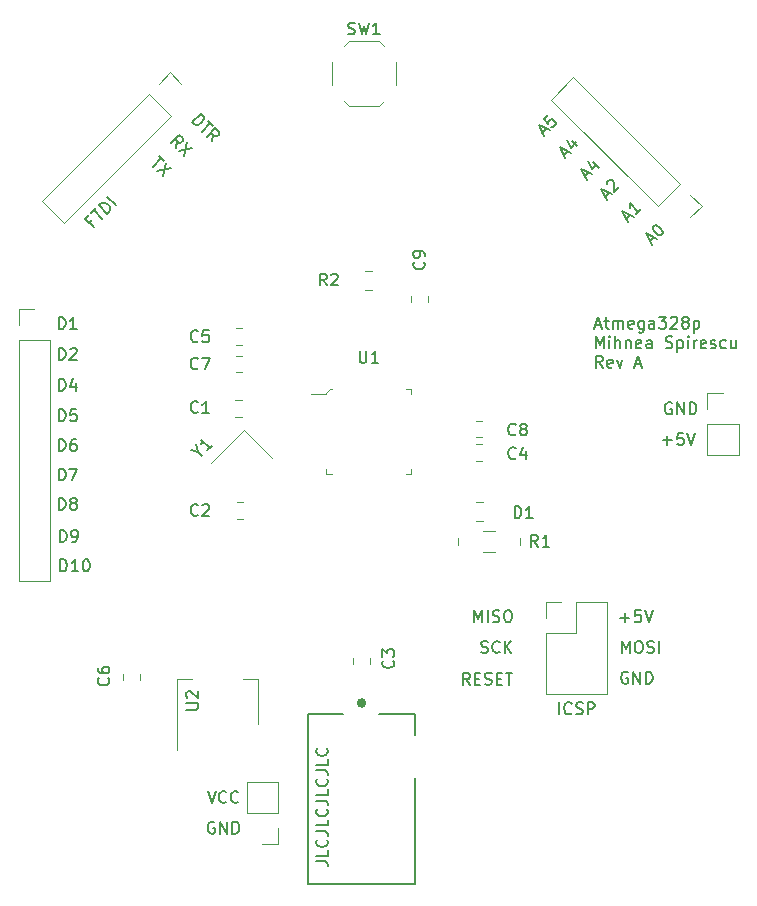
<source format=gbr>
%TF.GenerationSoftware,KiCad,Pcbnew,(5.1.6-0-10_14)*%
%TF.CreationDate,2020-08-15T13:55:16+01:00*%
%TF.ProjectId,arduino,61726475-696e-46f2-9e6b-696361645f70,rev?*%
%TF.SameCoordinates,Original*%
%TF.FileFunction,Legend,Top*%
%TF.FilePolarity,Positive*%
%FSLAX46Y46*%
G04 Gerber Fmt 4.6, Leading zero omitted, Abs format (unit mm)*
G04 Created by KiCad (PCBNEW (5.1.6-0-10_14)) date 2020-08-15 13:55:16*
%MOMM*%
%LPD*%
G01*
G04 APERTURE LIST*
%ADD10C,0.150000*%
%ADD11C,0.400000*%
%ADD12C,0.127000*%
%ADD13C,0.120000*%
%ADD14C,0.100000*%
G04 APERTURE END LIST*
D10*
X57152380Y-91119047D02*
X57866666Y-91119047D01*
X58009523Y-91166666D01*
X58104761Y-91261904D01*
X58152380Y-91404761D01*
X58152380Y-91500000D01*
X58152380Y-90166666D02*
X58152380Y-90642857D01*
X57152380Y-90642857D01*
X58057142Y-89261904D02*
X58104761Y-89309523D01*
X58152380Y-89452380D01*
X58152380Y-89547619D01*
X58104761Y-89690476D01*
X58009523Y-89785714D01*
X57914285Y-89833333D01*
X57723809Y-89880952D01*
X57580952Y-89880952D01*
X57390476Y-89833333D01*
X57295238Y-89785714D01*
X57200000Y-89690476D01*
X57152380Y-89547619D01*
X57152380Y-89452380D01*
X57200000Y-89309523D01*
X57247619Y-89261904D01*
X57152380Y-88547619D02*
X57866666Y-88547619D01*
X58009523Y-88595238D01*
X58104761Y-88690476D01*
X58152380Y-88833333D01*
X58152380Y-88928571D01*
X58152380Y-87595238D02*
X58152380Y-88071428D01*
X57152380Y-88071428D01*
X58057142Y-86690476D02*
X58104761Y-86738095D01*
X58152380Y-86880952D01*
X58152380Y-86976190D01*
X58104761Y-87119047D01*
X58009523Y-87214285D01*
X57914285Y-87261904D01*
X57723809Y-87309523D01*
X57580952Y-87309523D01*
X57390476Y-87261904D01*
X57295238Y-87214285D01*
X57200000Y-87119047D01*
X57152380Y-86976190D01*
X57152380Y-86880952D01*
X57200000Y-86738095D01*
X57247619Y-86690476D01*
X57152380Y-85976190D02*
X57866666Y-85976190D01*
X58009523Y-86023809D01*
X58104761Y-86119047D01*
X58152380Y-86261904D01*
X58152380Y-86357142D01*
X58152380Y-85023809D02*
X58152380Y-85500000D01*
X57152380Y-85500000D01*
X58057142Y-84119047D02*
X58104761Y-84166666D01*
X58152380Y-84309523D01*
X58152380Y-84404761D01*
X58104761Y-84547619D01*
X58009523Y-84642857D01*
X57914285Y-84690476D01*
X57723809Y-84738095D01*
X57580952Y-84738095D01*
X57390476Y-84690476D01*
X57295238Y-84642857D01*
X57200000Y-84547619D01*
X57152380Y-84404761D01*
X57152380Y-84309523D01*
X57200000Y-84166666D01*
X57247619Y-84119047D01*
X57152380Y-83404761D02*
X57866666Y-83404761D01*
X58009523Y-83452380D01*
X58104761Y-83547619D01*
X58152380Y-83690476D01*
X58152380Y-83785714D01*
X58152380Y-82452380D02*
X58152380Y-82928571D01*
X57152380Y-82928571D01*
X58057142Y-81547619D02*
X58104761Y-81595238D01*
X58152380Y-81738095D01*
X58152380Y-81833333D01*
X58104761Y-81976190D01*
X58009523Y-82071428D01*
X57914285Y-82119047D01*
X57723809Y-82166666D01*
X57580952Y-82166666D01*
X57390476Y-82119047D01*
X57295238Y-82071428D01*
X57200000Y-81976190D01*
X57152380Y-81833333D01*
X57152380Y-81738095D01*
X57200000Y-81595238D01*
X57247619Y-81547619D01*
X80787976Y-45716666D02*
X81264166Y-45716666D01*
X80692738Y-46002380D02*
X81026071Y-45002380D01*
X81359404Y-46002380D01*
X81549880Y-45335714D02*
X81930833Y-45335714D01*
X81692738Y-45002380D02*
X81692738Y-45859523D01*
X81740357Y-45954761D01*
X81835595Y-46002380D01*
X81930833Y-46002380D01*
X82264166Y-46002380D02*
X82264166Y-45335714D01*
X82264166Y-45430952D02*
X82311785Y-45383333D01*
X82407023Y-45335714D01*
X82549880Y-45335714D01*
X82645119Y-45383333D01*
X82692738Y-45478571D01*
X82692738Y-46002380D01*
X82692738Y-45478571D02*
X82740357Y-45383333D01*
X82835595Y-45335714D01*
X82978452Y-45335714D01*
X83073690Y-45383333D01*
X83121309Y-45478571D01*
X83121309Y-46002380D01*
X83978452Y-45954761D02*
X83883214Y-46002380D01*
X83692738Y-46002380D01*
X83597500Y-45954761D01*
X83549880Y-45859523D01*
X83549880Y-45478571D01*
X83597500Y-45383333D01*
X83692738Y-45335714D01*
X83883214Y-45335714D01*
X83978452Y-45383333D01*
X84026071Y-45478571D01*
X84026071Y-45573809D01*
X83549880Y-45669047D01*
X84883214Y-45335714D02*
X84883214Y-46145238D01*
X84835595Y-46240476D01*
X84787976Y-46288095D01*
X84692738Y-46335714D01*
X84549880Y-46335714D01*
X84454642Y-46288095D01*
X84883214Y-45954761D02*
X84787976Y-46002380D01*
X84597500Y-46002380D01*
X84502261Y-45954761D01*
X84454642Y-45907142D01*
X84407023Y-45811904D01*
X84407023Y-45526190D01*
X84454642Y-45430952D01*
X84502261Y-45383333D01*
X84597500Y-45335714D01*
X84787976Y-45335714D01*
X84883214Y-45383333D01*
X85787976Y-46002380D02*
X85787976Y-45478571D01*
X85740357Y-45383333D01*
X85645119Y-45335714D01*
X85454642Y-45335714D01*
X85359404Y-45383333D01*
X85787976Y-45954761D02*
X85692738Y-46002380D01*
X85454642Y-46002380D01*
X85359404Y-45954761D01*
X85311785Y-45859523D01*
X85311785Y-45764285D01*
X85359404Y-45669047D01*
X85454642Y-45621428D01*
X85692738Y-45621428D01*
X85787976Y-45573809D01*
X86168928Y-45002380D02*
X86787976Y-45002380D01*
X86454642Y-45383333D01*
X86597500Y-45383333D01*
X86692738Y-45430952D01*
X86740357Y-45478571D01*
X86787976Y-45573809D01*
X86787976Y-45811904D01*
X86740357Y-45907142D01*
X86692738Y-45954761D01*
X86597500Y-46002380D01*
X86311785Y-46002380D01*
X86216547Y-45954761D01*
X86168928Y-45907142D01*
X87168928Y-45097619D02*
X87216547Y-45050000D01*
X87311785Y-45002380D01*
X87549880Y-45002380D01*
X87645119Y-45050000D01*
X87692738Y-45097619D01*
X87740357Y-45192857D01*
X87740357Y-45288095D01*
X87692738Y-45430952D01*
X87121309Y-46002380D01*
X87740357Y-46002380D01*
X88311785Y-45430952D02*
X88216547Y-45383333D01*
X88168928Y-45335714D01*
X88121309Y-45240476D01*
X88121309Y-45192857D01*
X88168928Y-45097619D01*
X88216547Y-45050000D01*
X88311785Y-45002380D01*
X88502261Y-45002380D01*
X88597500Y-45050000D01*
X88645119Y-45097619D01*
X88692738Y-45192857D01*
X88692738Y-45240476D01*
X88645119Y-45335714D01*
X88597500Y-45383333D01*
X88502261Y-45430952D01*
X88311785Y-45430952D01*
X88216547Y-45478571D01*
X88168928Y-45526190D01*
X88121309Y-45621428D01*
X88121309Y-45811904D01*
X88168928Y-45907142D01*
X88216547Y-45954761D01*
X88311785Y-46002380D01*
X88502261Y-46002380D01*
X88597500Y-45954761D01*
X88645119Y-45907142D01*
X88692738Y-45811904D01*
X88692738Y-45621428D01*
X88645119Y-45526190D01*
X88597500Y-45478571D01*
X88502261Y-45430952D01*
X89121309Y-45335714D02*
X89121309Y-46335714D01*
X89121309Y-45383333D02*
X89216547Y-45335714D01*
X89407023Y-45335714D01*
X89502261Y-45383333D01*
X89549880Y-45430952D01*
X89597500Y-45526190D01*
X89597500Y-45811904D01*
X89549880Y-45907142D01*
X89502261Y-45954761D01*
X89407023Y-46002380D01*
X89216547Y-46002380D01*
X89121309Y-45954761D01*
X80835595Y-47652380D02*
X80835595Y-46652380D01*
X81168928Y-47366666D01*
X81502261Y-46652380D01*
X81502261Y-47652380D01*
X81978452Y-47652380D02*
X81978452Y-46985714D01*
X81978452Y-46652380D02*
X81930833Y-46700000D01*
X81978452Y-46747619D01*
X82026071Y-46700000D01*
X81978452Y-46652380D01*
X81978452Y-46747619D01*
X82454642Y-47652380D02*
X82454642Y-46652380D01*
X82883214Y-47652380D02*
X82883214Y-47128571D01*
X82835595Y-47033333D01*
X82740357Y-46985714D01*
X82597500Y-46985714D01*
X82502261Y-47033333D01*
X82454642Y-47080952D01*
X83359404Y-46985714D02*
X83359404Y-47652380D01*
X83359404Y-47080952D02*
X83407023Y-47033333D01*
X83502261Y-46985714D01*
X83645119Y-46985714D01*
X83740357Y-47033333D01*
X83787976Y-47128571D01*
X83787976Y-47652380D01*
X84645119Y-47604761D02*
X84549880Y-47652380D01*
X84359404Y-47652380D01*
X84264166Y-47604761D01*
X84216547Y-47509523D01*
X84216547Y-47128571D01*
X84264166Y-47033333D01*
X84359404Y-46985714D01*
X84549880Y-46985714D01*
X84645119Y-47033333D01*
X84692738Y-47128571D01*
X84692738Y-47223809D01*
X84216547Y-47319047D01*
X85549880Y-47652380D02*
X85549880Y-47128571D01*
X85502261Y-47033333D01*
X85407023Y-46985714D01*
X85216547Y-46985714D01*
X85121309Y-47033333D01*
X85549880Y-47604761D02*
X85454642Y-47652380D01*
X85216547Y-47652380D01*
X85121309Y-47604761D01*
X85073690Y-47509523D01*
X85073690Y-47414285D01*
X85121309Y-47319047D01*
X85216547Y-47271428D01*
X85454642Y-47271428D01*
X85549880Y-47223809D01*
X86740357Y-47604761D02*
X86883214Y-47652380D01*
X87121309Y-47652380D01*
X87216547Y-47604761D01*
X87264166Y-47557142D01*
X87311785Y-47461904D01*
X87311785Y-47366666D01*
X87264166Y-47271428D01*
X87216547Y-47223809D01*
X87121309Y-47176190D01*
X86930833Y-47128571D01*
X86835595Y-47080952D01*
X86787976Y-47033333D01*
X86740357Y-46938095D01*
X86740357Y-46842857D01*
X86787976Y-46747619D01*
X86835595Y-46700000D01*
X86930833Y-46652380D01*
X87168928Y-46652380D01*
X87311785Y-46700000D01*
X87740357Y-46985714D02*
X87740357Y-47985714D01*
X87740357Y-47033333D02*
X87835595Y-46985714D01*
X88026071Y-46985714D01*
X88121309Y-47033333D01*
X88168928Y-47080952D01*
X88216547Y-47176190D01*
X88216547Y-47461904D01*
X88168928Y-47557142D01*
X88121309Y-47604761D01*
X88026071Y-47652380D01*
X87835595Y-47652380D01*
X87740357Y-47604761D01*
X88645119Y-47652380D02*
X88645119Y-46985714D01*
X88645119Y-46652380D02*
X88597500Y-46700000D01*
X88645119Y-46747619D01*
X88692738Y-46700000D01*
X88645119Y-46652380D01*
X88645119Y-46747619D01*
X89121309Y-47652380D02*
X89121309Y-46985714D01*
X89121309Y-47176190D02*
X89168928Y-47080952D01*
X89216547Y-47033333D01*
X89311785Y-46985714D01*
X89407023Y-46985714D01*
X90121309Y-47604761D02*
X90026071Y-47652380D01*
X89835595Y-47652380D01*
X89740357Y-47604761D01*
X89692738Y-47509523D01*
X89692738Y-47128571D01*
X89740357Y-47033333D01*
X89835595Y-46985714D01*
X90026071Y-46985714D01*
X90121309Y-47033333D01*
X90168928Y-47128571D01*
X90168928Y-47223809D01*
X89692738Y-47319047D01*
X90549880Y-47604761D02*
X90645119Y-47652380D01*
X90835595Y-47652380D01*
X90930833Y-47604761D01*
X90978452Y-47509523D01*
X90978452Y-47461904D01*
X90930833Y-47366666D01*
X90835595Y-47319047D01*
X90692738Y-47319047D01*
X90597500Y-47271428D01*
X90549880Y-47176190D01*
X90549880Y-47128571D01*
X90597500Y-47033333D01*
X90692738Y-46985714D01*
X90835595Y-46985714D01*
X90930833Y-47033333D01*
X91835595Y-47604761D02*
X91740357Y-47652380D01*
X91549880Y-47652380D01*
X91454642Y-47604761D01*
X91407023Y-47557142D01*
X91359404Y-47461904D01*
X91359404Y-47176190D01*
X91407023Y-47080952D01*
X91454642Y-47033333D01*
X91549880Y-46985714D01*
X91740357Y-46985714D01*
X91835595Y-47033333D01*
X92692738Y-46985714D02*
X92692738Y-47652380D01*
X92264166Y-46985714D02*
X92264166Y-47509523D01*
X92311785Y-47604761D01*
X92407023Y-47652380D01*
X92549880Y-47652380D01*
X92645119Y-47604761D01*
X92692738Y-47557142D01*
X81407023Y-49302380D02*
X81073690Y-48826190D01*
X80835595Y-49302380D02*
X80835595Y-48302380D01*
X81216547Y-48302380D01*
X81311785Y-48350000D01*
X81359404Y-48397619D01*
X81407023Y-48492857D01*
X81407023Y-48635714D01*
X81359404Y-48730952D01*
X81311785Y-48778571D01*
X81216547Y-48826190D01*
X80835595Y-48826190D01*
X82216547Y-49254761D02*
X82121309Y-49302380D01*
X81930833Y-49302380D01*
X81835595Y-49254761D01*
X81787976Y-49159523D01*
X81787976Y-48778571D01*
X81835595Y-48683333D01*
X81930833Y-48635714D01*
X82121309Y-48635714D01*
X82216547Y-48683333D01*
X82264166Y-48778571D01*
X82264166Y-48873809D01*
X81787976Y-48969047D01*
X82597500Y-48635714D02*
X82835595Y-49302380D01*
X83073690Y-48635714D01*
X84168928Y-49016666D02*
X84645119Y-49016666D01*
X84073690Y-49302380D02*
X84407023Y-48302380D01*
X84740357Y-49302380D01*
X82914285Y-70471428D02*
X83676190Y-70471428D01*
X83295238Y-70852380D02*
X83295238Y-70090476D01*
X84628571Y-69852380D02*
X84152380Y-69852380D01*
X84104761Y-70328571D01*
X84152380Y-70280952D01*
X84247619Y-70233333D01*
X84485714Y-70233333D01*
X84580952Y-70280952D01*
X84628571Y-70328571D01*
X84676190Y-70423809D01*
X84676190Y-70661904D01*
X84628571Y-70757142D01*
X84580952Y-70804761D01*
X84485714Y-70852380D01*
X84247619Y-70852380D01*
X84152380Y-70804761D01*
X84104761Y-70757142D01*
X84961904Y-69852380D02*
X85295238Y-70852380D01*
X85628571Y-69852380D01*
X83538095Y-75100000D02*
X83442857Y-75052380D01*
X83300000Y-75052380D01*
X83157142Y-75100000D01*
X83061904Y-75195238D01*
X83014285Y-75290476D01*
X82966666Y-75480952D01*
X82966666Y-75623809D01*
X83014285Y-75814285D01*
X83061904Y-75909523D01*
X83157142Y-76004761D01*
X83300000Y-76052380D01*
X83395238Y-76052380D01*
X83538095Y-76004761D01*
X83585714Y-75957142D01*
X83585714Y-75623809D01*
X83395238Y-75623809D01*
X84014285Y-76052380D02*
X84014285Y-75052380D01*
X84585714Y-76052380D01*
X84585714Y-75052380D01*
X85061904Y-76052380D02*
X85061904Y-75052380D01*
X85300000Y-75052380D01*
X85442857Y-75100000D01*
X85538095Y-75195238D01*
X85585714Y-75290476D01*
X85633333Y-75480952D01*
X85633333Y-75623809D01*
X85585714Y-75814285D01*
X85538095Y-75909523D01*
X85442857Y-76004761D01*
X85300000Y-76052380D01*
X85061904Y-76052380D01*
X83028571Y-73452380D02*
X83028571Y-72452380D01*
X83361904Y-73166666D01*
X83695238Y-72452380D01*
X83695238Y-73452380D01*
X84361904Y-72452380D02*
X84552380Y-72452380D01*
X84647619Y-72500000D01*
X84742857Y-72595238D01*
X84790476Y-72785714D01*
X84790476Y-73119047D01*
X84742857Y-73309523D01*
X84647619Y-73404761D01*
X84552380Y-73452380D01*
X84361904Y-73452380D01*
X84266666Y-73404761D01*
X84171428Y-73309523D01*
X84123809Y-73119047D01*
X84123809Y-72785714D01*
X84171428Y-72595238D01*
X84266666Y-72500000D01*
X84361904Y-72452380D01*
X85171428Y-73404761D02*
X85314285Y-73452380D01*
X85552380Y-73452380D01*
X85647619Y-73404761D01*
X85695238Y-73357142D01*
X85742857Y-73261904D01*
X85742857Y-73166666D01*
X85695238Y-73071428D01*
X85647619Y-73023809D01*
X85552380Y-72976190D01*
X85361904Y-72928571D01*
X85266666Y-72880952D01*
X85219047Y-72833333D01*
X85171428Y-72738095D01*
X85171428Y-72642857D01*
X85219047Y-72547619D01*
X85266666Y-72500000D01*
X85361904Y-72452380D01*
X85600000Y-72452380D01*
X85742857Y-72500000D01*
X86171428Y-73452380D02*
X86171428Y-72452380D01*
X70147619Y-76152380D02*
X69814285Y-75676190D01*
X69576190Y-76152380D02*
X69576190Y-75152380D01*
X69957142Y-75152380D01*
X70052380Y-75200000D01*
X70100000Y-75247619D01*
X70147619Y-75342857D01*
X70147619Y-75485714D01*
X70100000Y-75580952D01*
X70052380Y-75628571D01*
X69957142Y-75676190D01*
X69576190Y-75676190D01*
X70576190Y-75628571D02*
X70909523Y-75628571D01*
X71052380Y-76152380D02*
X70576190Y-76152380D01*
X70576190Y-75152380D01*
X71052380Y-75152380D01*
X71433333Y-76104761D02*
X71576190Y-76152380D01*
X71814285Y-76152380D01*
X71909523Y-76104761D01*
X71957142Y-76057142D01*
X72004761Y-75961904D01*
X72004761Y-75866666D01*
X71957142Y-75771428D01*
X71909523Y-75723809D01*
X71814285Y-75676190D01*
X71623809Y-75628571D01*
X71528571Y-75580952D01*
X71480952Y-75533333D01*
X71433333Y-75438095D01*
X71433333Y-75342857D01*
X71480952Y-75247619D01*
X71528571Y-75200000D01*
X71623809Y-75152380D01*
X71861904Y-75152380D01*
X72004761Y-75200000D01*
X72433333Y-75628571D02*
X72766666Y-75628571D01*
X72909523Y-76152380D02*
X72433333Y-76152380D01*
X72433333Y-75152380D01*
X72909523Y-75152380D01*
X73195238Y-75152380D02*
X73766666Y-75152380D01*
X73480952Y-76152380D02*
X73480952Y-75152380D01*
X70528571Y-70852380D02*
X70528571Y-69852380D01*
X70861904Y-70566666D01*
X71195238Y-69852380D01*
X71195238Y-70852380D01*
X71671428Y-70852380D02*
X71671428Y-69852380D01*
X72100000Y-70804761D02*
X72242857Y-70852380D01*
X72480952Y-70852380D01*
X72576190Y-70804761D01*
X72623809Y-70757142D01*
X72671428Y-70661904D01*
X72671428Y-70566666D01*
X72623809Y-70471428D01*
X72576190Y-70423809D01*
X72480952Y-70376190D01*
X72290476Y-70328571D01*
X72195238Y-70280952D01*
X72147619Y-70233333D01*
X72100000Y-70138095D01*
X72100000Y-70042857D01*
X72147619Y-69947619D01*
X72195238Y-69900000D01*
X72290476Y-69852380D01*
X72528571Y-69852380D01*
X72671428Y-69900000D01*
X73290476Y-69852380D02*
X73480952Y-69852380D01*
X73576190Y-69900000D01*
X73671428Y-69995238D01*
X73719047Y-70185714D01*
X73719047Y-70519047D01*
X73671428Y-70709523D01*
X73576190Y-70804761D01*
X73480952Y-70852380D01*
X73290476Y-70852380D01*
X73195238Y-70804761D01*
X73100000Y-70709523D01*
X73052380Y-70519047D01*
X73052380Y-70185714D01*
X73100000Y-69995238D01*
X73195238Y-69900000D01*
X73290476Y-69852380D01*
X71114285Y-73404761D02*
X71257142Y-73452380D01*
X71495238Y-73452380D01*
X71590476Y-73404761D01*
X71638095Y-73357142D01*
X71685714Y-73261904D01*
X71685714Y-73166666D01*
X71638095Y-73071428D01*
X71590476Y-73023809D01*
X71495238Y-72976190D01*
X71304761Y-72928571D01*
X71209523Y-72880952D01*
X71161904Y-72833333D01*
X71114285Y-72738095D01*
X71114285Y-72642857D01*
X71161904Y-72547619D01*
X71209523Y-72500000D01*
X71304761Y-72452380D01*
X71542857Y-72452380D01*
X71685714Y-72500000D01*
X72685714Y-73357142D02*
X72638095Y-73404761D01*
X72495238Y-73452380D01*
X72400000Y-73452380D01*
X72257142Y-73404761D01*
X72161904Y-73309523D01*
X72114285Y-73214285D01*
X72066666Y-73023809D01*
X72066666Y-72880952D01*
X72114285Y-72690476D01*
X72161904Y-72595238D01*
X72257142Y-72500000D01*
X72400000Y-72452380D01*
X72495238Y-72452380D01*
X72638095Y-72500000D01*
X72685714Y-72547619D01*
X73114285Y-73452380D02*
X73114285Y-72452380D01*
X73685714Y-73452380D02*
X73257142Y-72880952D01*
X73685714Y-72452380D02*
X73114285Y-73023809D01*
X46671996Y-28511759D02*
X47379103Y-27804652D01*
X47547461Y-27973011D01*
X47614805Y-28107698D01*
X47614805Y-28242385D01*
X47581133Y-28343400D01*
X47480118Y-28511759D01*
X47379103Y-28612774D01*
X47210744Y-28713790D01*
X47109729Y-28747461D01*
X46975042Y-28747461D01*
X46840355Y-28680118D01*
X46671996Y-28511759D01*
X47985194Y-28410744D02*
X48389255Y-28814805D01*
X47480118Y-29319881D02*
X48187225Y-28612774D01*
X48321912Y-30161675D02*
X48422927Y-29589255D01*
X47917851Y-29757614D02*
X48624957Y-29050507D01*
X48894331Y-29319881D01*
X48928003Y-29420896D01*
X48928003Y-29488240D01*
X48894331Y-29589255D01*
X48793316Y-29690270D01*
X48692301Y-29723942D01*
X48624957Y-29723942D01*
X48523942Y-29690270D01*
X48254568Y-29420896D01*
X43848477Y-31374026D02*
X44252538Y-31778087D01*
X43343400Y-32283164D02*
X44050507Y-31576057D01*
X44420896Y-31946446D02*
X44185194Y-33124957D01*
X44892301Y-32417851D02*
X43713790Y-32653553D01*
X45262267Y-30702030D02*
X45363282Y-30129610D01*
X44858206Y-30297969D02*
X45565312Y-29590862D01*
X45834687Y-29860236D01*
X45868358Y-29961251D01*
X45868358Y-30028595D01*
X45834687Y-30129610D01*
X45733671Y-30230625D01*
X45632656Y-30264297D01*
X45565312Y-30264297D01*
X45464297Y-30230625D01*
X45194923Y-29961251D01*
X46205076Y-30230625D02*
X45969374Y-31409137D01*
X46676480Y-30702030D02*
X45497969Y-30937732D01*
X85412774Y-38622927D02*
X85749492Y-38286209D01*
X85547461Y-38892301D02*
X85076057Y-37949492D01*
X86018866Y-38420896D01*
X85682148Y-37343400D02*
X85749492Y-37276057D01*
X85850507Y-37242385D01*
X85917851Y-37242385D01*
X86018866Y-37276057D01*
X86187225Y-37377072D01*
X86355583Y-37545431D01*
X86456599Y-37713790D01*
X86490270Y-37814805D01*
X86490270Y-37882148D01*
X86456599Y-37983164D01*
X86389255Y-38050507D01*
X86288240Y-38084179D01*
X86220896Y-38084179D01*
X86119881Y-38050507D01*
X85951522Y-37949492D01*
X85783164Y-37781133D01*
X85682148Y-37612774D01*
X85648477Y-37511759D01*
X85648477Y-37444416D01*
X85682148Y-37343400D01*
X83412774Y-36722927D02*
X83749492Y-36386209D01*
X83547461Y-36992301D02*
X83076057Y-36049492D01*
X84018866Y-36520896D01*
X84624957Y-35914805D02*
X84220896Y-36318866D01*
X84422927Y-36116835D02*
X83715820Y-35409729D01*
X83749492Y-35578087D01*
X83749492Y-35712774D01*
X83715820Y-35813790D01*
X81612774Y-34822927D02*
X81949492Y-34486209D01*
X81747461Y-35092301D02*
X81276057Y-34149492D01*
X82218866Y-34620896D01*
X81781133Y-33779103D02*
X81781133Y-33711759D01*
X81814805Y-33610744D01*
X81983164Y-33442385D01*
X82084179Y-33408713D01*
X82151522Y-33408713D01*
X82252538Y-33442385D01*
X82319881Y-33509729D01*
X82387225Y-33644416D01*
X82387225Y-34452538D01*
X82824957Y-34014805D01*
X79912774Y-33122927D02*
X80249492Y-32786209D01*
X80047461Y-33392301D02*
X79576057Y-32449492D01*
X80518866Y-32920896D01*
X80586209Y-31910744D02*
X81057614Y-32382148D01*
X80148477Y-31809729D02*
X80485194Y-32483164D01*
X80922927Y-32045431D01*
X78112774Y-31322927D02*
X78449492Y-30986209D01*
X78247461Y-31592301D02*
X77776057Y-30649492D01*
X78718866Y-31120896D01*
X78786209Y-30110744D02*
X79257614Y-30582148D01*
X78348477Y-30009729D02*
X78685194Y-30683164D01*
X79122927Y-30245431D01*
X76312774Y-29422927D02*
X76649492Y-29086209D01*
X76447461Y-29692301D02*
X75976057Y-28749492D01*
X76918866Y-29220896D01*
X76784179Y-27941370D02*
X76447461Y-28278087D01*
X76750507Y-28648477D01*
X76750507Y-28581133D01*
X76784179Y-28480118D01*
X76952538Y-28311759D01*
X77053553Y-28278087D01*
X77120896Y-28278087D01*
X77221912Y-28311759D01*
X77390270Y-28480118D01*
X77423942Y-28581133D01*
X77423942Y-28648477D01*
X77390270Y-28749492D01*
X77221912Y-28917851D01*
X77120896Y-28951522D01*
X77053553Y-28951522D01*
X35361904Y-46052380D02*
X35361904Y-45052380D01*
X35600000Y-45052380D01*
X35742857Y-45100000D01*
X35838095Y-45195238D01*
X35885714Y-45290476D01*
X35933333Y-45480952D01*
X35933333Y-45623809D01*
X35885714Y-45814285D01*
X35838095Y-45909523D01*
X35742857Y-46004761D01*
X35600000Y-46052380D01*
X35361904Y-46052380D01*
X36885714Y-46052380D02*
X36314285Y-46052380D01*
X36600000Y-46052380D02*
X36600000Y-45052380D01*
X36504761Y-45195238D01*
X36409523Y-45290476D01*
X36314285Y-45338095D01*
X35361904Y-48652380D02*
X35361904Y-47652380D01*
X35600000Y-47652380D01*
X35742857Y-47700000D01*
X35838095Y-47795238D01*
X35885714Y-47890476D01*
X35933333Y-48080952D01*
X35933333Y-48223809D01*
X35885714Y-48414285D01*
X35838095Y-48509523D01*
X35742857Y-48604761D01*
X35600000Y-48652380D01*
X35361904Y-48652380D01*
X36314285Y-47747619D02*
X36361904Y-47700000D01*
X36457142Y-47652380D01*
X36695238Y-47652380D01*
X36790476Y-47700000D01*
X36838095Y-47747619D01*
X36885714Y-47842857D01*
X36885714Y-47938095D01*
X36838095Y-48080952D01*
X36266666Y-48652380D01*
X36885714Y-48652380D01*
X35361904Y-51252380D02*
X35361904Y-50252380D01*
X35600000Y-50252380D01*
X35742857Y-50300000D01*
X35838095Y-50395238D01*
X35885714Y-50490476D01*
X35933333Y-50680952D01*
X35933333Y-50823809D01*
X35885714Y-51014285D01*
X35838095Y-51109523D01*
X35742857Y-51204761D01*
X35600000Y-51252380D01*
X35361904Y-51252380D01*
X36790476Y-50585714D02*
X36790476Y-51252380D01*
X36552380Y-50204761D02*
X36314285Y-50919047D01*
X36933333Y-50919047D01*
X35361904Y-53852380D02*
X35361904Y-52852380D01*
X35600000Y-52852380D01*
X35742857Y-52900000D01*
X35838095Y-52995238D01*
X35885714Y-53090476D01*
X35933333Y-53280952D01*
X35933333Y-53423809D01*
X35885714Y-53614285D01*
X35838095Y-53709523D01*
X35742857Y-53804761D01*
X35600000Y-53852380D01*
X35361904Y-53852380D01*
X36838095Y-52852380D02*
X36361904Y-52852380D01*
X36314285Y-53328571D01*
X36361904Y-53280952D01*
X36457142Y-53233333D01*
X36695238Y-53233333D01*
X36790476Y-53280952D01*
X36838095Y-53328571D01*
X36885714Y-53423809D01*
X36885714Y-53661904D01*
X36838095Y-53757142D01*
X36790476Y-53804761D01*
X36695238Y-53852380D01*
X36457142Y-53852380D01*
X36361904Y-53804761D01*
X36314285Y-53757142D01*
X35361904Y-56352380D02*
X35361904Y-55352380D01*
X35600000Y-55352380D01*
X35742857Y-55400000D01*
X35838095Y-55495238D01*
X35885714Y-55590476D01*
X35933333Y-55780952D01*
X35933333Y-55923809D01*
X35885714Y-56114285D01*
X35838095Y-56209523D01*
X35742857Y-56304761D01*
X35600000Y-56352380D01*
X35361904Y-56352380D01*
X36790476Y-55352380D02*
X36600000Y-55352380D01*
X36504761Y-55400000D01*
X36457142Y-55447619D01*
X36361904Y-55590476D01*
X36314285Y-55780952D01*
X36314285Y-56161904D01*
X36361904Y-56257142D01*
X36409523Y-56304761D01*
X36504761Y-56352380D01*
X36695238Y-56352380D01*
X36790476Y-56304761D01*
X36838095Y-56257142D01*
X36885714Y-56161904D01*
X36885714Y-55923809D01*
X36838095Y-55828571D01*
X36790476Y-55780952D01*
X36695238Y-55733333D01*
X36504761Y-55733333D01*
X36409523Y-55780952D01*
X36361904Y-55828571D01*
X36314285Y-55923809D01*
X35361904Y-58852380D02*
X35361904Y-57852380D01*
X35600000Y-57852380D01*
X35742857Y-57900000D01*
X35838095Y-57995238D01*
X35885714Y-58090476D01*
X35933333Y-58280952D01*
X35933333Y-58423809D01*
X35885714Y-58614285D01*
X35838095Y-58709523D01*
X35742857Y-58804761D01*
X35600000Y-58852380D01*
X35361904Y-58852380D01*
X36266666Y-57852380D02*
X36933333Y-57852380D01*
X36504761Y-58852380D01*
X35361904Y-61352380D02*
X35361904Y-60352380D01*
X35600000Y-60352380D01*
X35742857Y-60400000D01*
X35838095Y-60495238D01*
X35885714Y-60590476D01*
X35933333Y-60780952D01*
X35933333Y-60923809D01*
X35885714Y-61114285D01*
X35838095Y-61209523D01*
X35742857Y-61304761D01*
X35600000Y-61352380D01*
X35361904Y-61352380D01*
X36504761Y-60780952D02*
X36409523Y-60733333D01*
X36361904Y-60685714D01*
X36314285Y-60590476D01*
X36314285Y-60542857D01*
X36361904Y-60447619D01*
X36409523Y-60400000D01*
X36504761Y-60352380D01*
X36695238Y-60352380D01*
X36790476Y-60400000D01*
X36838095Y-60447619D01*
X36885714Y-60542857D01*
X36885714Y-60590476D01*
X36838095Y-60685714D01*
X36790476Y-60733333D01*
X36695238Y-60780952D01*
X36504761Y-60780952D01*
X36409523Y-60828571D01*
X36361904Y-60876190D01*
X36314285Y-60971428D01*
X36314285Y-61161904D01*
X36361904Y-61257142D01*
X36409523Y-61304761D01*
X36504761Y-61352380D01*
X36695238Y-61352380D01*
X36790476Y-61304761D01*
X36838095Y-61257142D01*
X36885714Y-61161904D01*
X36885714Y-60971428D01*
X36838095Y-60876190D01*
X36790476Y-60828571D01*
X36695238Y-60780952D01*
X35461904Y-64052380D02*
X35461904Y-63052380D01*
X35700000Y-63052380D01*
X35842857Y-63100000D01*
X35938095Y-63195238D01*
X35985714Y-63290476D01*
X36033333Y-63480952D01*
X36033333Y-63623809D01*
X35985714Y-63814285D01*
X35938095Y-63909523D01*
X35842857Y-64004761D01*
X35700000Y-64052380D01*
X35461904Y-64052380D01*
X36509523Y-64052380D02*
X36700000Y-64052380D01*
X36795238Y-64004761D01*
X36842857Y-63957142D01*
X36938095Y-63814285D01*
X36985714Y-63623809D01*
X36985714Y-63242857D01*
X36938095Y-63147619D01*
X36890476Y-63100000D01*
X36795238Y-63052380D01*
X36604761Y-63052380D01*
X36509523Y-63100000D01*
X36461904Y-63147619D01*
X36414285Y-63242857D01*
X36414285Y-63480952D01*
X36461904Y-63576190D01*
X36509523Y-63623809D01*
X36604761Y-63671428D01*
X36795238Y-63671428D01*
X36890476Y-63623809D01*
X36938095Y-63576190D01*
X36985714Y-63480952D01*
X35485714Y-66552380D02*
X35485714Y-65552380D01*
X35723809Y-65552380D01*
X35866666Y-65600000D01*
X35961904Y-65695238D01*
X36009523Y-65790476D01*
X36057142Y-65980952D01*
X36057142Y-66123809D01*
X36009523Y-66314285D01*
X35961904Y-66409523D01*
X35866666Y-66504761D01*
X35723809Y-66552380D01*
X35485714Y-66552380D01*
X37009523Y-66552380D02*
X36438095Y-66552380D01*
X36723809Y-66552380D02*
X36723809Y-65552380D01*
X36628571Y-65695238D01*
X36533333Y-65790476D01*
X36438095Y-65838095D01*
X37628571Y-65552380D02*
X37723809Y-65552380D01*
X37819047Y-65600000D01*
X37866666Y-65647619D01*
X37914285Y-65742857D01*
X37961904Y-65933333D01*
X37961904Y-66171428D01*
X37914285Y-66361904D01*
X37866666Y-66457142D01*
X37819047Y-66504761D01*
X37723809Y-66552380D01*
X37628571Y-66552380D01*
X37533333Y-66504761D01*
X37485714Y-66457142D01*
X37438095Y-66361904D01*
X37390476Y-66171428D01*
X37390476Y-65933333D01*
X37438095Y-65742857D01*
X37485714Y-65647619D01*
X37533333Y-65600000D01*
X37628571Y-65552380D01*
X86514285Y-55471428D02*
X87276190Y-55471428D01*
X86895238Y-55852380D02*
X86895238Y-55090476D01*
X88228571Y-54852380D02*
X87752380Y-54852380D01*
X87704761Y-55328571D01*
X87752380Y-55280952D01*
X87847619Y-55233333D01*
X88085714Y-55233333D01*
X88180952Y-55280952D01*
X88228571Y-55328571D01*
X88276190Y-55423809D01*
X88276190Y-55661904D01*
X88228571Y-55757142D01*
X88180952Y-55804761D01*
X88085714Y-55852380D01*
X87847619Y-55852380D01*
X87752380Y-55804761D01*
X87704761Y-55757142D01*
X88561904Y-54852380D02*
X88895238Y-55852380D01*
X89228571Y-54852380D01*
X87238095Y-52300000D02*
X87142857Y-52252380D01*
X87000000Y-52252380D01*
X86857142Y-52300000D01*
X86761904Y-52395238D01*
X86714285Y-52490476D01*
X86666666Y-52680952D01*
X86666666Y-52823809D01*
X86714285Y-53014285D01*
X86761904Y-53109523D01*
X86857142Y-53204761D01*
X87000000Y-53252380D01*
X87095238Y-53252380D01*
X87238095Y-53204761D01*
X87285714Y-53157142D01*
X87285714Y-52823809D01*
X87095238Y-52823809D01*
X87714285Y-53252380D02*
X87714285Y-52252380D01*
X88285714Y-53252380D01*
X88285714Y-52252380D01*
X88761904Y-53252380D02*
X88761904Y-52252380D01*
X89000000Y-52252380D01*
X89142857Y-52300000D01*
X89238095Y-52395238D01*
X89285714Y-52490476D01*
X89333333Y-52680952D01*
X89333333Y-52823809D01*
X89285714Y-53014285D01*
X89238095Y-53109523D01*
X89142857Y-53204761D01*
X89000000Y-53252380D01*
X88761904Y-53252380D01*
X47966666Y-85152380D02*
X48300000Y-86152380D01*
X48633333Y-85152380D01*
X49538095Y-86057142D02*
X49490476Y-86104761D01*
X49347619Y-86152380D01*
X49252380Y-86152380D01*
X49109523Y-86104761D01*
X49014285Y-86009523D01*
X48966666Y-85914285D01*
X48919047Y-85723809D01*
X48919047Y-85580952D01*
X48966666Y-85390476D01*
X49014285Y-85295238D01*
X49109523Y-85200000D01*
X49252380Y-85152380D01*
X49347619Y-85152380D01*
X49490476Y-85200000D01*
X49538095Y-85247619D01*
X50538095Y-86057142D02*
X50490476Y-86104761D01*
X50347619Y-86152380D01*
X50252380Y-86152380D01*
X50109523Y-86104761D01*
X50014285Y-86009523D01*
X49966666Y-85914285D01*
X49919047Y-85723809D01*
X49919047Y-85580952D01*
X49966666Y-85390476D01*
X50014285Y-85295238D01*
X50109523Y-85200000D01*
X50252380Y-85152380D01*
X50347619Y-85152380D01*
X50490476Y-85200000D01*
X50538095Y-85247619D01*
X48538095Y-87800000D02*
X48442857Y-87752380D01*
X48300000Y-87752380D01*
X48157142Y-87800000D01*
X48061904Y-87895238D01*
X48014285Y-87990476D01*
X47966666Y-88180952D01*
X47966666Y-88323809D01*
X48014285Y-88514285D01*
X48061904Y-88609523D01*
X48157142Y-88704761D01*
X48300000Y-88752380D01*
X48395238Y-88752380D01*
X48538095Y-88704761D01*
X48585714Y-88657142D01*
X48585714Y-88323809D01*
X48395238Y-88323809D01*
X49014285Y-88752380D02*
X49014285Y-87752380D01*
X49585714Y-88752380D01*
X49585714Y-87752380D01*
X50061904Y-88752380D02*
X50061904Y-87752380D01*
X50300000Y-87752380D01*
X50442857Y-87800000D01*
X50538095Y-87895238D01*
X50585714Y-87990476D01*
X50633333Y-88180952D01*
X50633333Y-88323809D01*
X50585714Y-88514285D01*
X50538095Y-88609523D01*
X50442857Y-88704761D01*
X50300000Y-88752380D01*
X50061904Y-88752380D01*
X77723809Y-78652380D02*
X77723809Y-77652380D01*
X78771428Y-78557142D02*
X78723809Y-78604761D01*
X78580952Y-78652380D01*
X78485714Y-78652380D01*
X78342857Y-78604761D01*
X78247619Y-78509523D01*
X78200000Y-78414285D01*
X78152380Y-78223809D01*
X78152380Y-78080952D01*
X78200000Y-77890476D01*
X78247619Y-77795238D01*
X78342857Y-77700000D01*
X78485714Y-77652380D01*
X78580952Y-77652380D01*
X78723809Y-77700000D01*
X78771428Y-77747619D01*
X79152380Y-78604761D02*
X79295238Y-78652380D01*
X79533333Y-78652380D01*
X79628571Y-78604761D01*
X79676190Y-78557142D01*
X79723809Y-78461904D01*
X79723809Y-78366666D01*
X79676190Y-78271428D01*
X79628571Y-78223809D01*
X79533333Y-78176190D01*
X79342857Y-78128571D01*
X79247619Y-78080952D01*
X79200000Y-78033333D01*
X79152380Y-77938095D01*
X79152380Y-77842857D01*
X79200000Y-77747619D01*
X79247619Y-77700000D01*
X79342857Y-77652380D01*
X79580952Y-77652380D01*
X79723809Y-77700000D01*
X80152380Y-78652380D02*
X80152380Y-77652380D01*
X80533333Y-77652380D01*
X80628571Y-77700000D01*
X80676190Y-77747619D01*
X80723809Y-77842857D01*
X80723809Y-77985714D01*
X80676190Y-78080952D01*
X80628571Y-78128571D01*
X80533333Y-78176190D01*
X80152380Y-78176190D01*
X38189847Y-36809137D02*
X37954145Y-37044839D01*
X38324534Y-37415228D02*
X37617427Y-36708122D01*
X37954145Y-36371404D01*
X38122503Y-36203045D02*
X38526564Y-35798984D01*
X39031641Y-36708122D02*
X38324534Y-36001015D01*
X39469374Y-36270389D02*
X38762267Y-35563282D01*
X38930625Y-35394923D01*
X39065312Y-35327580D01*
X39200000Y-35327580D01*
X39301015Y-35361251D01*
X39469374Y-35462267D01*
X39570389Y-35563282D01*
X39671404Y-35731641D01*
X39705076Y-35832656D01*
X39705076Y-35967343D01*
X39637732Y-36102030D01*
X39469374Y-36270389D01*
X40176480Y-35563282D02*
X39469374Y-34856175D01*
D11*
%TO.C,J1*%
X61200000Y-77700000D02*
G75*
G03*
X61200000Y-77700000I-200000J0D01*
G01*
D12*
X62450000Y-78600000D02*
X65500000Y-78600000D01*
X65500000Y-84050000D02*
X65500000Y-93000000D01*
X56500000Y-78600000D02*
X59450000Y-78600000D01*
X65500000Y-78600000D02*
X65500000Y-80450000D01*
X56500000Y-93000000D02*
X56500000Y-78600000D01*
X65500000Y-93000000D02*
X56500000Y-93000000D01*
D13*
%TO.C,C1*%
X50836252Y-53510000D02*
X50313748Y-53510000D01*
X50836252Y-52090000D02*
X50313748Y-52090000D01*
%TO.C,C2*%
X50936252Y-60690000D02*
X50413748Y-60690000D01*
X50936252Y-62110000D02*
X50413748Y-62110000D01*
%TO.C,C3*%
X60290000Y-74436252D02*
X60290000Y-73913748D01*
X61710000Y-74436252D02*
X61710000Y-73913748D01*
%TO.C,C4*%
X71186252Y-55790000D02*
X70663748Y-55790000D01*
X71186252Y-57210000D02*
X70663748Y-57210000D01*
%TO.C,C5*%
X50363748Y-48290000D02*
X50886252Y-48290000D01*
X50363748Y-49710000D02*
X50886252Y-49710000D01*
%TO.C,C6*%
X40790000Y-75263748D02*
X40790000Y-75786252D01*
X42210000Y-75263748D02*
X42210000Y-75786252D01*
%TO.C,C7*%
X50886252Y-45990000D02*
X50363748Y-45990000D01*
X50886252Y-47410000D02*
X50363748Y-47410000D01*
%TO.C,C8*%
X70663748Y-53790000D02*
X71186252Y-53790000D01*
X70663748Y-55210000D02*
X71186252Y-55210000D01*
%TO.C,C9*%
X66610000Y-43761252D02*
X66610000Y-43238748D01*
X65190000Y-43761252D02*
X65190000Y-43238748D01*
D14*
%TO.C,D1*%
X71800000Y-63100000D02*
X72300000Y-63100000D01*
X71800000Y-63100000D02*
X71300000Y-63100000D01*
X71800000Y-64900000D02*
X72300000Y-64900000D01*
X71800000Y-64900000D02*
X71300000Y-64900000D01*
X69200000Y-63700000D02*
X69200000Y-64300000D01*
X74400000Y-63700000D02*
X74400000Y-64300000D01*
D13*
%TO.C,J2*%
X53930000Y-89630000D02*
X52600000Y-89630000D01*
X53930000Y-88300000D02*
X53930000Y-89630000D01*
X53930000Y-87030000D02*
X51270000Y-87030000D01*
X51270000Y-87030000D02*
X51270000Y-84430000D01*
X53930000Y-87030000D02*
X53930000Y-84430000D01*
X53930000Y-84430000D02*
X51270000Y-84430000D01*
%TO.C,J3*%
X90270000Y-56670000D02*
X92930000Y-56670000D01*
X90270000Y-54070000D02*
X90270000Y-56670000D01*
X92930000Y-54070000D02*
X92930000Y-56670000D01*
X90270000Y-54070000D02*
X92930000Y-54070000D01*
X90270000Y-52800000D02*
X90270000Y-51470000D01*
X90270000Y-51470000D02*
X91600000Y-51470000D01*
%TO.C,J4*%
X76570000Y-69170000D02*
X77900000Y-69170000D01*
X76570000Y-70500000D02*
X76570000Y-69170000D01*
X79170000Y-69170000D02*
X81770000Y-69170000D01*
X79170000Y-71770000D02*
X79170000Y-69170000D01*
X76570000Y-71770000D02*
X79170000Y-71770000D01*
X81770000Y-69170000D02*
X81770000Y-76910000D01*
X76570000Y-71770000D02*
X76570000Y-76910000D01*
X76570000Y-76910000D02*
X81770000Y-76910000D01*
%TO.C,J5*%
X44800000Y-24319096D02*
X45740452Y-25259548D01*
X43859548Y-25259548D02*
X44800000Y-24319096D01*
X42961522Y-26157574D02*
X44842426Y-28038478D01*
X44842426Y-28038478D02*
X35819744Y-37061160D01*
X42961522Y-26157574D02*
X33938840Y-35180256D01*
X33938840Y-35180256D02*
X35819744Y-37061160D01*
%TO.C,J6*%
X78919744Y-24738840D02*
X77038840Y-26619744D01*
X87942426Y-33761522D02*
X78919744Y-24738840D01*
X86061522Y-35642426D02*
X77038840Y-26619744D01*
X87942426Y-33761522D02*
X86061522Y-35642426D01*
X88840452Y-34659548D02*
X89780904Y-35600000D01*
X89780904Y-35600000D02*
X88840452Y-36540452D01*
%TO.C,J7*%
X31970000Y-44370000D02*
X33300000Y-44370000D01*
X31970000Y-45700000D02*
X31970000Y-44370000D01*
X31970000Y-46970000D02*
X34630000Y-46970000D01*
X34630000Y-46970000D02*
X34630000Y-67350000D01*
X31970000Y-46970000D02*
X31970000Y-67350000D01*
X31970000Y-67350000D02*
X34630000Y-67350000D01*
%TO.C,R1*%
X71250000Y-62300000D02*
X70650000Y-62300000D01*
X71270000Y-60700000D02*
X70670000Y-60700000D01*
%TO.C,R2*%
X61920000Y-41100000D02*
X61320000Y-41100000D01*
X61900000Y-42700000D02*
X61300000Y-42700000D01*
%TO.C,SW1*%
X59950000Y-21650000D02*
X62450000Y-21650000D01*
X58450000Y-23400000D02*
X58450000Y-25400000D01*
X59950000Y-27150000D02*
X62450000Y-27150000D01*
X63950000Y-23400000D02*
X63950000Y-25400000D01*
X59500000Y-22100000D02*
X59950000Y-21650000D01*
X62900000Y-22100000D02*
X62450000Y-21650000D01*
X62900000Y-26700000D02*
X62450000Y-27150000D01*
X59500000Y-26700000D02*
X59950000Y-27150000D01*
D14*
%TO.C,U1*%
X58000000Y-58300000D02*
X58000000Y-57850000D01*
X58000000Y-58300000D02*
X58450000Y-58300000D01*
X65200000Y-58300000D02*
X64750000Y-58300000D01*
X65200000Y-58300000D02*
X65200000Y-57850000D01*
X65200000Y-51100000D02*
X65200000Y-51550000D01*
X65200000Y-51100000D02*
X64750000Y-51100000D01*
X58000000Y-51550000D02*
X56700000Y-51550000D01*
X58000000Y-51450000D02*
X58000000Y-51550000D01*
X58350000Y-51100000D02*
X58000000Y-51450000D01*
X58450000Y-51100000D02*
X58350000Y-51100000D01*
D13*
%TO.C,U2*%
X45390000Y-81700000D02*
X45390000Y-75690000D01*
X52210000Y-79450000D02*
X52210000Y-75690000D01*
X45390000Y-75690000D02*
X46650000Y-75690000D01*
X52210000Y-75690000D02*
X50950000Y-75690000D01*
%TO.C,Y1*%
X51047487Y-54595837D02*
X48219060Y-57424264D01*
X53380940Y-56929290D02*
X51047487Y-54595837D01*
%TO.C,C1*%
D10*
X47133333Y-53057142D02*
X47085714Y-53104761D01*
X46942857Y-53152380D01*
X46847619Y-53152380D01*
X46704761Y-53104761D01*
X46609523Y-53009523D01*
X46561904Y-52914285D01*
X46514285Y-52723809D01*
X46514285Y-52580952D01*
X46561904Y-52390476D01*
X46609523Y-52295238D01*
X46704761Y-52200000D01*
X46847619Y-52152380D01*
X46942857Y-52152380D01*
X47085714Y-52200000D01*
X47133333Y-52247619D01*
X48085714Y-53152380D02*
X47514285Y-53152380D01*
X47800000Y-53152380D02*
X47800000Y-52152380D01*
X47704761Y-52295238D01*
X47609523Y-52390476D01*
X47514285Y-52438095D01*
%TO.C,C2*%
X47133333Y-61757142D02*
X47085714Y-61804761D01*
X46942857Y-61852380D01*
X46847619Y-61852380D01*
X46704761Y-61804761D01*
X46609523Y-61709523D01*
X46561904Y-61614285D01*
X46514285Y-61423809D01*
X46514285Y-61280952D01*
X46561904Y-61090476D01*
X46609523Y-60995238D01*
X46704761Y-60900000D01*
X46847619Y-60852380D01*
X46942857Y-60852380D01*
X47085714Y-60900000D01*
X47133333Y-60947619D01*
X47514285Y-60947619D02*
X47561904Y-60900000D01*
X47657142Y-60852380D01*
X47895238Y-60852380D01*
X47990476Y-60900000D01*
X48038095Y-60947619D01*
X48085714Y-61042857D01*
X48085714Y-61138095D01*
X48038095Y-61280952D01*
X47466666Y-61852380D01*
X48085714Y-61852380D01*
%TO.C,C3*%
X63657142Y-74116666D02*
X63704761Y-74164285D01*
X63752380Y-74307142D01*
X63752380Y-74402380D01*
X63704761Y-74545238D01*
X63609523Y-74640476D01*
X63514285Y-74688095D01*
X63323809Y-74735714D01*
X63180952Y-74735714D01*
X62990476Y-74688095D01*
X62895238Y-74640476D01*
X62800000Y-74545238D01*
X62752380Y-74402380D01*
X62752380Y-74307142D01*
X62800000Y-74164285D01*
X62847619Y-74116666D01*
X62752380Y-73783333D02*
X62752380Y-73164285D01*
X63133333Y-73497619D01*
X63133333Y-73354761D01*
X63180952Y-73259523D01*
X63228571Y-73211904D01*
X63323809Y-73164285D01*
X63561904Y-73164285D01*
X63657142Y-73211904D01*
X63704761Y-73259523D01*
X63752380Y-73354761D01*
X63752380Y-73640476D01*
X63704761Y-73735714D01*
X63657142Y-73783333D01*
%TO.C,C4*%
X74033333Y-56957142D02*
X73985714Y-57004761D01*
X73842857Y-57052380D01*
X73747619Y-57052380D01*
X73604761Y-57004761D01*
X73509523Y-56909523D01*
X73461904Y-56814285D01*
X73414285Y-56623809D01*
X73414285Y-56480952D01*
X73461904Y-56290476D01*
X73509523Y-56195238D01*
X73604761Y-56100000D01*
X73747619Y-56052380D01*
X73842857Y-56052380D01*
X73985714Y-56100000D01*
X74033333Y-56147619D01*
X74890476Y-56385714D02*
X74890476Y-57052380D01*
X74652380Y-56004761D02*
X74414285Y-56719047D01*
X75033333Y-56719047D01*
%TO.C,C5*%
X47133333Y-47057142D02*
X47085714Y-47104761D01*
X46942857Y-47152380D01*
X46847619Y-47152380D01*
X46704761Y-47104761D01*
X46609523Y-47009523D01*
X46561904Y-46914285D01*
X46514285Y-46723809D01*
X46514285Y-46580952D01*
X46561904Y-46390476D01*
X46609523Y-46295238D01*
X46704761Y-46200000D01*
X46847619Y-46152380D01*
X46942857Y-46152380D01*
X47085714Y-46200000D01*
X47133333Y-46247619D01*
X48038095Y-46152380D02*
X47561904Y-46152380D01*
X47514285Y-46628571D01*
X47561904Y-46580952D01*
X47657142Y-46533333D01*
X47895238Y-46533333D01*
X47990476Y-46580952D01*
X48038095Y-46628571D01*
X48085714Y-46723809D01*
X48085714Y-46961904D01*
X48038095Y-47057142D01*
X47990476Y-47104761D01*
X47895238Y-47152380D01*
X47657142Y-47152380D01*
X47561904Y-47104761D01*
X47514285Y-47057142D01*
%TO.C,C6*%
X39557142Y-75566666D02*
X39604761Y-75614285D01*
X39652380Y-75757142D01*
X39652380Y-75852380D01*
X39604761Y-75995238D01*
X39509523Y-76090476D01*
X39414285Y-76138095D01*
X39223809Y-76185714D01*
X39080952Y-76185714D01*
X38890476Y-76138095D01*
X38795238Y-76090476D01*
X38700000Y-75995238D01*
X38652380Y-75852380D01*
X38652380Y-75757142D01*
X38700000Y-75614285D01*
X38747619Y-75566666D01*
X38652380Y-74709523D02*
X38652380Y-74900000D01*
X38700000Y-74995238D01*
X38747619Y-75042857D01*
X38890476Y-75138095D01*
X39080952Y-75185714D01*
X39461904Y-75185714D01*
X39557142Y-75138095D01*
X39604761Y-75090476D01*
X39652380Y-74995238D01*
X39652380Y-74804761D01*
X39604761Y-74709523D01*
X39557142Y-74661904D01*
X39461904Y-74614285D01*
X39223809Y-74614285D01*
X39128571Y-74661904D01*
X39080952Y-74709523D01*
X39033333Y-74804761D01*
X39033333Y-74995238D01*
X39080952Y-75090476D01*
X39128571Y-75138095D01*
X39223809Y-75185714D01*
%TO.C,C7*%
X47133333Y-49357142D02*
X47085714Y-49404761D01*
X46942857Y-49452380D01*
X46847619Y-49452380D01*
X46704761Y-49404761D01*
X46609523Y-49309523D01*
X46561904Y-49214285D01*
X46514285Y-49023809D01*
X46514285Y-48880952D01*
X46561904Y-48690476D01*
X46609523Y-48595238D01*
X46704761Y-48500000D01*
X46847619Y-48452380D01*
X46942857Y-48452380D01*
X47085714Y-48500000D01*
X47133333Y-48547619D01*
X47466666Y-48452380D02*
X48133333Y-48452380D01*
X47704761Y-49452380D01*
%TO.C,C8*%
X74033333Y-54957142D02*
X73985714Y-55004761D01*
X73842857Y-55052380D01*
X73747619Y-55052380D01*
X73604761Y-55004761D01*
X73509523Y-54909523D01*
X73461904Y-54814285D01*
X73414285Y-54623809D01*
X73414285Y-54480952D01*
X73461904Y-54290476D01*
X73509523Y-54195238D01*
X73604761Y-54100000D01*
X73747619Y-54052380D01*
X73842857Y-54052380D01*
X73985714Y-54100000D01*
X74033333Y-54147619D01*
X74604761Y-54480952D02*
X74509523Y-54433333D01*
X74461904Y-54385714D01*
X74414285Y-54290476D01*
X74414285Y-54242857D01*
X74461904Y-54147619D01*
X74509523Y-54100000D01*
X74604761Y-54052380D01*
X74795238Y-54052380D01*
X74890476Y-54100000D01*
X74938095Y-54147619D01*
X74985714Y-54242857D01*
X74985714Y-54290476D01*
X74938095Y-54385714D01*
X74890476Y-54433333D01*
X74795238Y-54480952D01*
X74604761Y-54480952D01*
X74509523Y-54528571D01*
X74461904Y-54576190D01*
X74414285Y-54671428D01*
X74414285Y-54861904D01*
X74461904Y-54957142D01*
X74509523Y-55004761D01*
X74604761Y-55052380D01*
X74795238Y-55052380D01*
X74890476Y-55004761D01*
X74938095Y-54957142D01*
X74985714Y-54861904D01*
X74985714Y-54671428D01*
X74938095Y-54576190D01*
X74890476Y-54528571D01*
X74795238Y-54480952D01*
%TO.C,C9*%
X66257142Y-40366666D02*
X66304761Y-40414285D01*
X66352380Y-40557142D01*
X66352380Y-40652380D01*
X66304761Y-40795238D01*
X66209523Y-40890476D01*
X66114285Y-40938095D01*
X65923809Y-40985714D01*
X65780952Y-40985714D01*
X65590476Y-40938095D01*
X65495238Y-40890476D01*
X65400000Y-40795238D01*
X65352380Y-40652380D01*
X65352380Y-40557142D01*
X65400000Y-40414285D01*
X65447619Y-40366666D01*
X66352380Y-39890476D02*
X66352380Y-39700000D01*
X66304761Y-39604761D01*
X66257142Y-39557142D01*
X66114285Y-39461904D01*
X65923809Y-39414285D01*
X65542857Y-39414285D01*
X65447619Y-39461904D01*
X65400000Y-39509523D01*
X65352380Y-39604761D01*
X65352380Y-39795238D01*
X65400000Y-39890476D01*
X65447619Y-39938095D01*
X65542857Y-39985714D01*
X65780952Y-39985714D01*
X65876190Y-39938095D01*
X65923809Y-39890476D01*
X65971428Y-39795238D01*
X65971428Y-39604761D01*
X65923809Y-39509523D01*
X65876190Y-39461904D01*
X65780952Y-39414285D01*
%TO.C,D1*%
X73961904Y-62052380D02*
X73961904Y-61052380D01*
X74200000Y-61052380D01*
X74342857Y-61100000D01*
X74438095Y-61195238D01*
X74485714Y-61290476D01*
X74533333Y-61480952D01*
X74533333Y-61623809D01*
X74485714Y-61814285D01*
X74438095Y-61909523D01*
X74342857Y-62004761D01*
X74200000Y-62052380D01*
X73961904Y-62052380D01*
X75485714Y-62052380D02*
X74914285Y-62052380D01*
X75200000Y-62052380D02*
X75200000Y-61052380D01*
X75104761Y-61195238D01*
X75009523Y-61290476D01*
X74914285Y-61338095D01*
%TO.C,R1*%
X75933333Y-64452380D02*
X75600000Y-63976190D01*
X75361904Y-64452380D02*
X75361904Y-63452380D01*
X75742857Y-63452380D01*
X75838095Y-63500000D01*
X75885714Y-63547619D01*
X75933333Y-63642857D01*
X75933333Y-63785714D01*
X75885714Y-63880952D01*
X75838095Y-63928571D01*
X75742857Y-63976190D01*
X75361904Y-63976190D01*
X76885714Y-64452380D02*
X76314285Y-64452380D01*
X76600000Y-64452380D02*
X76600000Y-63452380D01*
X76504761Y-63595238D01*
X76409523Y-63690476D01*
X76314285Y-63738095D01*
%TO.C,R2*%
X58033333Y-42352380D02*
X57700000Y-41876190D01*
X57461904Y-42352380D02*
X57461904Y-41352380D01*
X57842857Y-41352380D01*
X57938095Y-41400000D01*
X57985714Y-41447619D01*
X58033333Y-41542857D01*
X58033333Y-41685714D01*
X57985714Y-41780952D01*
X57938095Y-41828571D01*
X57842857Y-41876190D01*
X57461904Y-41876190D01*
X58414285Y-41447619D02*
X58461904Y-41400000D01*
X58557142Y-41352380D01*
X58795238Y-41352380D01*
X58890476Y-41400000D01*
X58938095Y-41447619D01*
X58985714Y-41542857D01*
X58985714Y-41638095D01*
X58938095Y-41780952D01*
X58366666Y-42352380D01*
X58985714Y-42352380D01*
%TO.C,SW1*%
X59866666Y-21054761D02*
X60009523Y-21102380D01*
X60247619Y-21102380D01*
X60342857Y-21054761D01*
X60390476Y-21007142D01*
X60438095Y-20911904D01*
X60438095Y-20816666D01*
X60390476Y-20721428D01*
X60342857Y-20673809D01*
X60247619Y-20626190D01*
X60057142Y-20578571D01*
X59961904Y-20530952D01*
X59914285Y-20483333D01*
X59866666Y-20388095D01*
X59866666Y-20292857D01*
X59914285Y-20197619D01*
X59961904Y-20150000D01*
X60057142Y-20102380D01*
X60295238Y-20102380D01*
X60438095Y-20150000D01*
X60771428Y-20102380D02*
X61009523Y-21102380D01*
X61200000Y-20388095D01*
X61390476Y-21102380D01*
X61628571Y-20102380D01*
X62533333Y-21102380D02*
X61961904Y-21102380D01*
X62247619Y-21102380D02*
X62247619Y-20102380D01*
X62152380Y-20245238D01*
X62057142Y-20340476D01*
X61961904Y-20388095D01*
%TO.C,U1*%
X60838095Y-47902380D02*
X60838095Y-48711904D01*
X60885714Y-48807142D01*
X60933333Y-48854761D01*
X61028571Y-48902380D01*
X61219047Y-48902380D01*
X61314285Y-48854761D01*
X61361904Y-48807142D01*
X61409523Y-48711904D01*
X61409523Y-47902380D01*
X62409523Y-48902380D02*
X61838095Y-48902380D01*
X62123809Y-48902380D02*
X62123809Y-47902380D01*
X62028571Y-48045238D01*
X61933333Y-48140476D01*
X61838095Y-48188095D01*
%TO.C,U2*%
X46152380Y-78261904D02*
X46961904Y-78261904D01*
X47057142Y-78214285D01*
X47104761Y-78166666D01*
X47152380Y-78071428D01*
X47152380Y-77880952D01*
X47104761Y-77785714D01*
X47057142Y-77738095D01*
X46961904Y-77690476D01*
X46152380Y-77690476D01*
X46247619Y-77261904D02*
X46200000Y-77214285D01*
X46152380Y-77119047D01*
X46152380Y-76880952D01*
X46200000Y-76785714D01*
X46247619Y-76738095D01*
X46342857Y-76690476D01*
X46438095Y-76690476D01*
X46580952Y-76738095D01*
X47152380Y-77309523D01*
X47152380Y-76690476D01*
%TO.C,Y1*%
X47146446Y-56419881D02*
X47483164Y-56756599D01*
X46540355Y-56285194D02*
X47146446Y-56419881D01*
X47011759Y-55813790D01*
X48324957Y-55914805D02*
X47920896Y-56318866D01*
X48122927Y-56116835D02*
X47415820Y-55409729D01*
X47449492Y-55578087D01*
X47449492Y-55712774D01*
X47415820Y-55813790D01*
%TD*%
M02*

</source>
